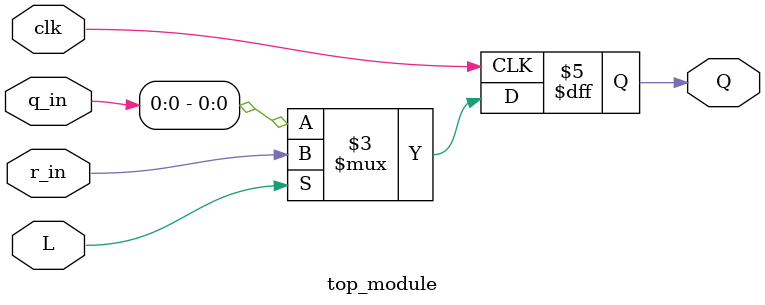
<source format=sv>
module full_module (
    input [2:0] r,
    input L,
    input clk,
    output reg [2:0] q
);

top_module mux_ff1 (
    .clk(clk),
    .L(L),
    .q_in(q[0]),
    .r_in(r[0]),
    .Q(q[0])
);

top_module mux_ff2 (
    .clk(clk),
    .L(L),
    .q_in(q[1]),
    .r_in(r[1]),
    .Q(q[1])
);

top_module mux_ff3 (
    .clk(clk),
    .L(L),
    .q_in({q[1:0], r[2]}),
    .r_in(r[2]),
    .Q(q[2])
);

endmodule
module top_module(
    input clk,
    input L,
    input [2:0] q_in,
    input r_in,
    output reg Q
);

always @(posedge clk) begin
    if (L) begin
        Q <= r_in;
    end else begin
        Q <= q_in[0];
    end
end

endmodule

</source>
